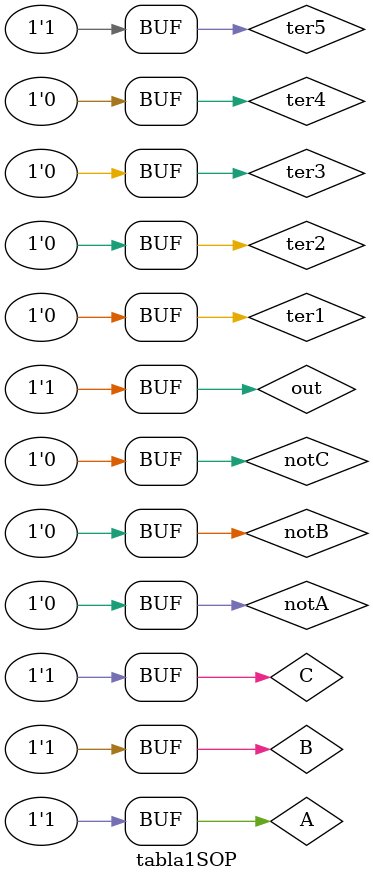
<source format=v>
module tabla1SOP();

reg A, B, C;
wire notA, notB, notC, ter1, ter2, ter3, ter4, ter5, out;

not a(notA, A);
not b(notB, B);
not c(notC, C);

and I(ter1, notA, notB, notC);
and J(ter2, notA, B, notC);
and K(ter3, A, notB, notC);
and L(ter4, A, notB, C);
and M(ter5, A, B, C);

or U1(out, ter1, ter2, ter3, ter4, ter5);

initial begin

$display("| A B C | Y |");
$display("|-------|---|");
$monitor("| %b %b %b | %b |", A, B, C, out);
A = 0; B = 0; C = 0;
#1 C = 1;
#1 B = 1; C = 0;
#1 C = 1;
#1 A = 1; B = 0; C = 0;
#1 C = 1;
#1 B = 1; C = 0;
#1 C = 1;

end

endmodule

</source>
